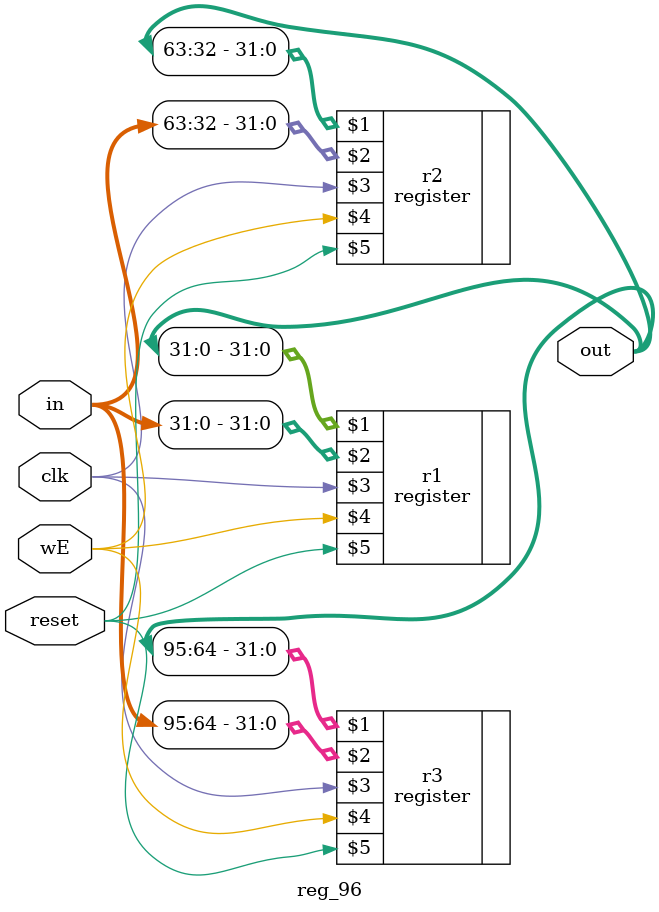
<source format=v>
module reg_96(out, in, clk, wE, reset);
    input clk, wE, reset;
    input [95:0] in;
    output[95:0] out;

    register r1(out[31:0], in[31:0], clk, wE, reset);
    register r2(out[63:32], in[63:32], clk, wE, reset);
    register r3(out[95:64], in[95:64], clk, wE, reset);
endmodule
</source>
